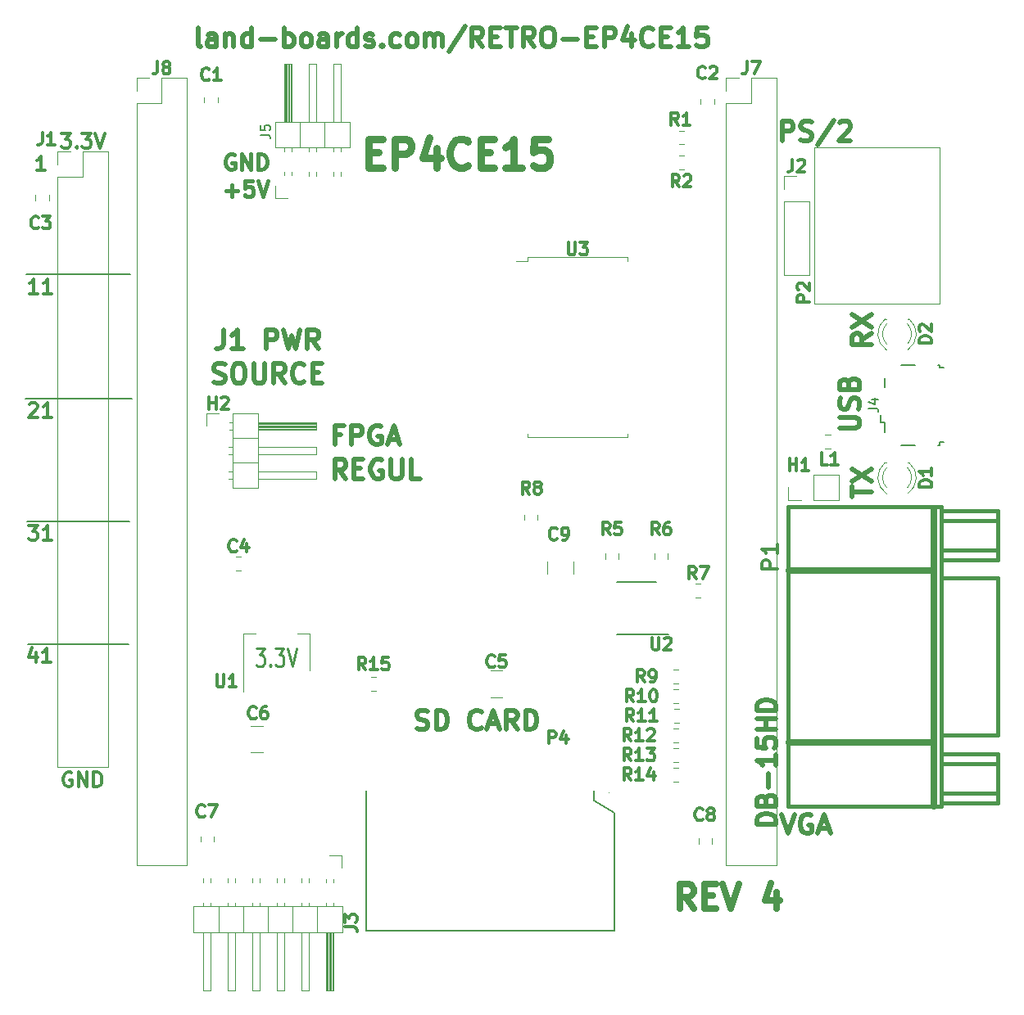
<source format=gbr>
G04 #@! TF.GenerationSoftware,KiCad,Pcbnew,(5.1.5)-3*
G04 #@! TF.CreationDate,2020-06-14T08:00:55-04:00*
G04 #@! TF.ProjectId,RETRO-EP4CE15,52455452-4f2d-4455-9034-434531352e6b,3*
G04 #@! TF.SameCoordinates,Original*
G04 #@! TF.FileFunction,Legend,Top*
G04 #@! TF.FilePolarity,Positive*
%FSLAX46Y46*%
G04 Gerber Fmt 4.6, Leading zero omitted, Abs format (unit mm)*
G04 Created by KiCad (PCBNEW (5.1.5)-3) date 2020-06-14 08:00:55*
%MOMM*%
%LPD*%
G04 APERTURE LIST*
%ADD10C,0.400050*%
%ADD11C,0.500000*%
%ADD12C,0.300000*%
%ADD13C,0.200000*%
%ADD14C,0.285750*%
%ADD15C,0.750000*%
%ADD16C,0.635000*%
%ADD17C,0.120000*%
%ADD18C,0.150000*%
%ADD19C,0.010000*%
%ADD20C,0.650000*%
%ADD21C,0.381000*%
%ADD22C,0.317500*%
%ADD23C,0.476250*%
G04 APERTURE END LIST*
D10*
X32080200Y-24774525D02*
X31927800Y-24698325D01*
X31699200Y-24698325D01*
X31470600Y-24774525D01*
X31318200Y-24926925D01*
X31242000Y-25079325D01*
X31165800Y-25384125D01*
X31165800Y-25612725D01*
X31242000Y-25917525D01*
X31318200Y-26069925D01*
X31470600Y-26222325D01*
X31699200Y-26298525D01*
X31851600Y-26298525D01*
X32080200Y-26222325D01*
X32156400Y-26146125D01*
X32156400Y-25612725D01*
X31851600Y-25612725D01*
X32842200Y-26298525D02*
X32842200Y-24698325D01*
X33756600Y-26298525D01*
X33756600Y-24698325D01*
X34518600Y-26298525D02*
X34518600Y-24698325D01*
X34899600Y-24698325D01*
X35128200Y-24774525D01*
X35280600Y-24926925D01*
X35356800Y-25079325D01*
X35433000Y-25384125D01*
X35433000Y-25612725D01*
X35356800Y-25917525D01*
X35280600Y-26069925D01*
X35128200Y-26222325D01*
X34899600Y-26298525D01*
X34518600Y-26298525D01*
X31242000Y-28489275D02*
X32461200Y-28489275D01*
X31851600Y-29098875D02*
X31851600Y-27879675D01*
X33985200Y-27498675D02*
X33223200Y-27498675D01*
X33147000Y-28260675D01*
X33223200Y-28184475D01*
X33375600Y-28108275D01*
X33756600Y-28108275D01*
X33909000Y-28184475D01*
X33985200Y-28260675D01*
X34061400Y-28413075D01*
X34061400Y-28794075D01*
X33985200Y-28946475D01*
X33909000Y-29022675D01*
X33756600Y-29098875D01*
X33375600Y-29098875D01*
X33223200Y-29022675D01*
X33147000Y-28946475D01*
X34518600Y-27498675D02*
X35052000Y-29098875D01*
X35585400Y-27498675D01*
D11*
X43123857Y-53733142D02*
X42457190Y-53733142D01*
X42457190Y-54780761D02*
X42457190Y-52780761D01*
X43409571Y-52780761D01*
X44171476Y-54780761D02*
X44171476Y-52780761D01*
X44933380Y-52780761D01*
X45123857Y-52876000D01*
X45219095Y-52971238D01*
X45314333Y-53161714D01*
X45314333Y-53447428D01*
X45219095Y-53637904D01*
X45123857Y-53733142D01*
X44933380Y-53828380D01*
X44171476Y-53828380D01*
X47219095Y-52876000D02*
X47028619Y-52780761D01*
X46742904Y-52780761D01*
X46457190Y-52876000D01*
X46266714Y-53066476D01*
X46171476Y-53256952D01*
X46076238Y-53637904D01*
X46076238Y-53923619D01*
X46171476Y-54304571D01*
X46266714Y-54495047D01*
X46457190Y-54685523D01*
X46742904Y-54780761D01*
X46933380Y-54780761D01*
X47219095Y-54685523D01*
X47314333Y-54590285D01*
X47314333Y-53923619D01*
X46933380Y-53923619D01*
X48076238Y-54209333D02*
X49028619Y-54209333D01*
X47885761Y-54780761D02*
X48552428Y-52780761D01*
X49219095Y-54780761D01*
X43600047Y-58280761D02*
X42933380Y-57328380D01*
X42457190Y-58280761D02*
X42457190Y-56280761D01*
X43219095Y-56280761D01*
X43409571Y-56376000D01*
X43504809Y-56471238D01*
X43600047Y-56661714D01*
X43600047Y-56947428D01*
X43504809Y-57137904D01*
X43409571Y-57233142D01*
X43219095Y-57328380D01*
X42457190Y-57328380D01*
X44457190Y-57233142D02*
X45123857Y-57233142D01*
X45409571Y-58280761D02*
X44457190Y-58280761D01*
X44457190Y-56280761D01*
X45409571Y-56280761D01*
X47314333Y-56376000D02*
X47123857Y-56280761D01*
X46838142Y-56280761D01*
X46552428Y-56376000D01*
X46361952Y-56566476D01*
X46266714Y-56756952D01*
X46171476Y-57137904D01*
X46171476Y-57423619D01*
X46266714Y-57804571D01*
X46361952Y-57995047D01*
X46552428Y-58185523D01*
X46838142Y-58280761D01*
X47028619Y-58280761D01*
X47314333Y-58185523D01*
X47409571Y-58090285D01*
X47409571Y-57423619D01*
X47028619Y-57423619D01*
X48266714Y-56280761D02*
X48266714Y-57899809D01*
X48361952Y-58090285D01*
X48457190Y-58185523D01*
X48647666Y-58280761D01*
X49028619Y-58280761D01*
X49219095Y-58185523D01*
X49314333Y-58090285D01*
X49409571Y-57899809D01*
X49409571Y-56280761D01*
X51314333Y-58280761D02*
X50361952Y-58280761D01*
X50361952Y-56280761D01*
X97932761Y-43259333D02*
X96980380Y-43926000D01*
X97932761Y-44402190D02*
X95932761Y-44402190D01*
X95932761Y-43640285D01*
X96028000Y-43449809D01*
X96123238Y-43354571D01*
X96313714Y-43259333D01*
X96599428Y-43259333D01*
X96789904Y-43354571D01*
X96885142Y-43449809D01*
X96980380Y-43640285D01*
X96980380Y-44402190D01*
X95932761Y-42592666D02*
X97932761Y-41259333D01*
X95932761Y-41259333D02*
X97932761Y-42592666D01*
X95932761Y-60197809D02*
X95932761Y-59054952D01*
X97932761Y-59626380D02*
X95932761Y-59626380D01*
X95932761Y-58578761D02*
X97932761Y-57245428D01*
X95932761Y-57245428D02*
X97932761Y-58578761D01*
X30988571Y-42874761D02*
X30988571Y-44303333D01*
X30893333Y-44589047D01*
X30702857Y-44779523D01*
X30417142Y-44874761D01*
X30226666Y-44874761D01*
X32988571Y-44874761D02*
X31845714Y-44874761D01*
X32417142Y-44874761D02*
X32417142Y-42874761D01*
X32226666Y-43160476D01*
X32036190Y-43350952D01*
X31845714Y-43446190D01*
X35369523Y-44874761D02*
X35369523Y-42874761D01*
X36131428Y-42874761D01*
X36321904Y-42970000D01*
X36417142Y-43065238D01*
X36512380Y-43255714D01*
X36512380Y-43541428D01*
X36417142Y-43731904D01*
X36321904Y-43827142D01*
X36131428Y-43922380D01*
X35369523Y-43922380D01*
X37179047Y-42874761D02*
X37655238Y-44874761D01*
X38036190Y-43446190D01*
X38417142Y-44874761D01*
X38893333Y-42874761D01*
X40798095Y-44874761D02*
X40131428Y-43922380D01*
X39655238Y-44874761D02*
X39655238Y-42874761D01*
X40417142Y-42874761D01*
X40607619Y-42970000D01*
X40702857Y-43065238D01*
X40798095Y-43255714D01*
X40798095Y-43541428D01*
X40702857Y-43731904D01*
X40607619Y-43827142D01*
X40417142Y-43922380D01*
X39655238Y-43922380D01*
X29988571Y-48279523D02*
X30274285Y-48374761D01*
X30750476Y-48374761D01*
X30940952Y-48279523D01*
X31036190Y-48184285D01*
X31131428Y-47993809D01*
X31131428Y-47803333D01*
X31036190Y-47612857D01*
X30940952Y-47517619D01*
X30750476Y-47422380D01*
X30369523Y-47327142D01*
X30179047Y-47231904D01*
X30083809Y-47136666D01*
X29988571Y-46946190D01*
X29988571Y-46755714D01*
X30083809Y-46565238D01*
X30179047Y-46470000D01*
X30369523Y-46374761D01*
X30845714Y-46374761D01*
X31131428Y-46470000D01*
X32369523Y-46374761D02*
X32750476Y-46374761D01*
X32940952Y-46470000D01*
X33131428Y-46660476D01*
X33226666Y-47041428D01*
X33226666Y-47708095D01*
X33131428Y-48089047D01*
X32940952Y-48279523D01*
X32750476Y-48374761D01*
X32369523Y-48374761D01*
X32179047Y-48279523D01*
X31988571Y-48089047D01*
X31893333Y-47708095D01*
X31893333Y-47041428D01*
X31988571Y-46660476D01*
X32179047Y-46470000D01*
X32369523Y-46374761D01*
X34083809Y-46374761D02*
X34083809Y-47993809D01*
X34179047Y-48184285D01*
X34274285Y-48279523D01*
X34464761Y-48374761D01*
X34845714Y-48374761D01*
X35036190Y-48279523D01*
X35131428Y-48184285D01*
X35226666Y-47993809D01*
X35226666Y-46374761D01*
X37321904Y-48374761D02*
X36655238Y-47422380D01*
X36179047Y-48374761D02*
X36179047Y-46374761D01*
X36940952Y-46374761D01*
X37131428Y-46470000D01*
X37226666Y-46565238D01*
X37321904Y-46755714D01*
X37321904Y-47041428D01*
X37226666Y-47231904D01*
X37131428Y-47327142D01*
X36940952Y-47422380D01*
X36179047Y-47422380D01*
X39321904Y-48184285D02*
X39226666Y-48279523D01*
X38940952Y-48374761D01*
X38750476Y-48374761D01*
X38464761Y-48279523D01*
X38274285Y-48089047D01*
X38179047Y-47898571D01*
X38083809Y-47517619D01*
X38083809Y-47231904D01*
X38179047Y-46850952D01*
X38274285Y-46660476D01*
X38464761Y-46470000D01*
X38750476Y-46374761D01*
X38940952Y-46374761D01*
X39226666Y-46470000D01*
X39321904Y-46565238D01*
X40179047Y-47327142D02*
X40845714Y-47327142D01*
X41131428Y-48374761D02*
X40179047Y-48374761D01*
X40179047Y-46374761D01*
X41131428Y-46374761D01*
X88662190Y-92986361D02*
X89328857Y-94986361D01*
X89995523Y-92986361D01*
X91709809Y-93081600D02*
X91519333Y-92986361D01*
X91233619Y-92986361D01*
X90947904Y-93081600D01*
X90757428Y-93272076D01*
X90662190Y-93462552D01*
X90566952Y-93843504D01*
X90566952Y-94129219D01*
X90662190Y-94510171D01*
X90757428Y-94700647D01*
X90947904Y-94891123D01*
X91233619Y-94986361D01*
X91424095Y-94986361D01*
X91709809Y-94891123D01*
X91805047Y-94795885D01*
X91805047Y-94129219D01*
X91424095Y-94129219D01*
X92566952Y-94414933D02*
X93519333Y-94414933D01*
X92376476Y-94986361D02*
X93043142Y-92986361D01*
X93709809Y-94986361D01*
X50959523Y-84121523D02*
X51245238Y-84216761D01*
X51721428Y-84216761D01*
X51911904Y-84121523D01*
X52007142Y-84026285D01*
X52102380Y-83835809D01*
X52102380Y-83645333D01*
X52007142Y-83454857D01*
X51911904Y-83359619D01*
X51721428Y-83264380D01*
X51340476Y-83169142D01*
X51150000Y-83073904D01*
X51054761Y-82978666D01*
X50959523Y-82788190D01*
X50959523Y-82597714D01*
X51054761Y-82407238D01*
X51150000Y-82312000D01*
X51340476Y-82216761D01*
X51816666Y-82216761D01*
X52102380Y-82312000D01*
X52959523Y-84216761D02*
X52959523Y-82216761D01*
X53435714Y-82216761D01*
X53721428Y-82312000D01*
X53911904Y-82502476D01*
X54007142Y-82692952D01*
X54102380Y-83073904D01*
X54102380Y-83359619D01*
X54007142Y-83740571D01*
X53911904Y-83931047D01*
X53721428Y-84121523D01*
X53435714Y-84216761D01*
X52959523Y-84216761D01*
X57626190Y-84026285D02*
X57530952Y-84121523D01*
X57245238Y-84216761D01*
X57054761Y-84216761D01*
X56769047Y-84121523D01*
X56578571Y-83931047D01*
X56483333Y-83740571D01*
X56388095Y-83359619D01*
X56388095Y-83073904D01*
X56483333Y-82692952D01*
X56578571Y-82502476D01*
X56769047Y-82312000D01*
X57054761Y-82216761D01*
X57245238Y-82216761D01*
X57530952Y-82312000D01*
X57626190Y-82407238D01*
X58388095Y-83645333D02*
X59340476Y-83645333D01*
X58197619Y-84216761D02*
X58864285Y-82216761D01*
X59530952Y-84216761D01*
X61340476Y-84216761D02*
X60673809Y-83264380D01*
X60197619Y-84216761D02*
X60197619Y-82216761D01*
X60959523Y-82216761D01*
X61150000Y-82312000D01*
X61245238Y-82407238D01*
X61340476Y-82597714D01*
X61340476Y-82883428D01*
X61245238Y-83073904D01*
X61150000Y-83169142D01*
X60959523Y-83264380D01*
X60197619Y-83264380D01*
X62197619Y-84216761D02*
X62197619Y-82216761D01*
X62673809Y-82216761D01*
X62959523Y-82312000D01*
X63150000Y-82502476D01*
X63245238Y-82692952D01*
X63340476Y-83073904D01*
X63340476Y-83359619D01*
X63245238Y-83740571D01*
X63150000Y-83931047D01*
X62959523Y-84121523D01*
X62673809Y-84216761D01*
X62197619Y-84216761D01*
D12*
X14219514Y-22571971D02*
X15148085Y-22571971D01*
X14648085Y-23143400D01*
X14862371Y-23143400D01*
X15005228Y-23214828D01*
X15076657Y-23286257D01*
X15148085Y-23429114D01*
X15148085Y-23786257D01*
X15076657Y-23929114D01*
X15005228Y-24000542D01*
X14862371Y-24071971D01*
X14433800Y-24071971D01*
X14290942Y-24000542D01*
X14219514Y-23929114D01*
X15790942Y-23929114D02*
X15862371Y-24000542D01*
X15790942Y-24071971D01*
X15719514Y-24000542D01*
X15790942Y-23929114D01*
X15790942Y-24071971D01*
X16362371Y-22571971D02*
X17290942Y-22571971D01*
X16790942Y-23143400D01*
X17005228Y-23143400D01*
X17148085Y-23214828D01*
X17219514Y-23286257D01*
X17290942Y-23429114D01*
X17290942Y-23786257D01*
X17219514Y-23929114D01*
X17148085Y-24000542D01*
X17005228Y-24071971D01*
X16576657Y-24071971D01*
X16433800Y-24000542D01*
X16362371Y-23929114D01*
X17719514Y-22571971D02*
X18219514Y-24071971D01*
X18719514Y-22571971D01*
X15265542Y-88708800D02*
X15122685Y-88637371D01*
X14908400Y-88637371D01*
X14694114Y-88708800D01*
X14551257Y-88851657D01*
X14479828Y-88994514D01*
X14408400Y-89280228D01*
X14408400Y-89494514D01*
X14479828Y-89780228D01*
X14551257Y-89923085D01*
X14694114Y-90065942D01*
X14908400Y-90137371D01*
X15051257Y-90137371D01*
X15265542Y-90065942D01*
X15336971Y-89994514D01*
X15336971Y-89494514D01*
X15051257Y-89494514D01*
X15979828Y-90137371D02*
X15979828Y-88637371D01*
X16836971Y-90137371D01*
X16836971Y-88637371D01*
X17551257Y-90137371D02*
X17551257Y-88637371D01*
X17908400Y-88637371D01*
X18122685Y-88708800D01*
X18265542Y-88851657D01*
X18336971Y-88994514D01*
X18408400Y-89280228D01*
X18408400Y-89494514D01*
X18336971Y-89780228D01*
X18265542Y-89923085D01*
X18122685Y-90065942D01*
X17908400Y-90137371D01*
X17551257Y-90137371D01*
X11560228Y-76284971D02*
X11560228Y-77284971D01*
X11203085Y-75713542D02*
X10845942Y-76784971D01*
X11774514Y-76784971D01*
X13131657Y-77284971D02*
X12274514Y-77284971D01*
X12703085Y-77284971D02*
X12703085Y-75784971D01*
X12560228Y-75999257D01*
X12417371Y-76142114D01*
X12274514Y-76213542D01*
X10850714Y-63135771D02*
X11779285Y-63135771D01*
X11279285Y-63707200D01*
X11493571Y-63707200D01*
X11636428Y-63778628D01*
X11707857Y-63850057D01*
X11779285Y-63992914D01*
X11779285Y-64350057D01*
X11707857Y-64492914D01*
X11636428Y-64564342D01*
X11493571Y-64635771D01*
X11065000Y-64635771D01*
X10922142Y-64564342D01*
X10850714Y-64492914D01*
X13207857Y-64635771D02*
X12350714Y-64635771D01*
X12779285Y-64635771D02*
X12779285Y-63135771D01*
X12636428Y-63350057D01*
X12493571Y-63492914D01*
X12350714Y-63564342D01*
X10896742Y-50553228D02*
X10968171Y-50481800D01*
X11111028Y-50410371D01*
X11468171Y-50410371D01*
X11611028Y-50481800D01*
X11682457Y-50553228D01*
X11753885Y-50696085D01*
X11753885Y-50838942D01*
X11682457Y-51053228D01*
X10825314Y-51910371D01*
X11753885Y-51910371D01*
X13182457Y-51910371D02*
X12325314Y-51910371D01*
X12753885Y-51910371D02*
X12753885Y-50410371D01*
X12611028Y-50624657D01*
X12468171Y-50767514D01*
X12325314Y-50838942D01*
X11779285Y-39159571D02*
X10922142Y-39159571D01*
X11350714Y-39159571D02*
X11350714Y-37659571D01*
X11207857Y-37873857D01*
X11065000Y-38016714D01*
X10922142Y-38088142D01*
X13207857Y-39159571D02*
X12350714Y-39159571D01*
X12779285Y-39159571D02*
X12779285Y-37659571D01*
X12636428Y-37873857D01*
X12493571Y-38016714D01*
X12350714Y-38088142D01*
X12544371Y-26408771D02*
X11687228Y-26408771D01*
X12115800Y-26408771D02*
X12115800Y-24908771D01*
X11972942Y-25123057D01*
X11830085Y-25265914D01*
X11687228Y-25337342D01*
D13*
X21158200Y-75361800D02*
X10718800Y-75387200D01*
X21234400Y-62687200D02*
X10668000Y-62661800D01*
X21513800Y-49961800D02*
X10490200Y-49961800D01*
X21336000Y-37134800D02*
X10541000Y-37134800D01*
D11*
X94662761Y-53069809D02*
X96281809Y-53069809D01*
X96472285Y-52974571D01*
X96567523Y-52879333D01*
X96662761Y-52688857D01*
X96662761Y-52307904D01*
X96567523Y-52117428D01*
X96472285Y-52022190D01*
X96281809Y-51926952D01*
X94662761Y-51926952D01*
X96567523Y-51069809D02*
X96662761Y-50784095D01*
X96662761Y-50307904D01*
X96567523Y-50117428D01*
X96472285Y-50022190D01*
X96281809Y-49926952D01*
X96091333Y-49926952D01*
X95900857Y-50022190D01*
X95805619Y-50117428D01*
X95710380Y-50307904D01*
X95615142Y-50688857D01*
X95519904Y-50879333D01*
X95424666Y-50974571D01*
X95234190Y-51069809D01*
X95043714Y-51069809D01*
X94853238Y-50974571D01*
X94758000Y-50879333D01*
X94662761Y-50688857D01*
X94662761Y-50212666D01*
X94758000Y-49926952D01*
X95615142Y-48403142D02*
X95710380Y-48117428D01*
X95805619Y-48022190D01*
X95996095Y-47926952D01*
X96281809Y-47926952D01*
X96472285Y-48022190D01*
X96567523Y-48117428D01*
X96662761Y-48307904D01*
X96662761Y-49069809D01*
X94662761Y-49069809D01*
X94662761Y-48403142D01*
X94758000Y-48212666D01*
X94853238Y-48117428D01*
X95043714Y-48022190D01*
X95234190Y-48022190D01*
X95424666Y-48117428D01*
X95519904Y-48212666D01*
X95615142Y-48403142D01*
X95615142Y-49069809D01*
D14*
X34335961Y-75791785D02*
X35200771Y-75791785D01*
X34735104Y-76517500D01*
X34934676Y-76517500D01*
X35067723Y-76608214D01*
X35134247Y-76698928D01*
X35200771Y-76880357D01*
X35200771Y-77333928D01*
X35134247Y-77515357D01*
X35067723Y-77606071D01*
X34934676Y-77696785D01*
X34535533Y-77696785D01*
X34402485Y-77606071D01*
X34335961Y-77515357D01*
X35799485Y-77515357D02*
X35866009Y-77606071D01*
X35799485Y-77696785D01*
X35732961Y-77606071D01*
X35799485Y-77515357D01*
X35799485Y-77696785D01*
X36331676Y-75791785D02*
X37196485Y-75791785D01*
X36730819Y-76517500D01*
X36930390Y-76517500D01*
X37063438Y-76608214D01*
X37129961Y-76698928D01*
X37196485Y-76880357D01*
X37196485Y-77333928D01*
X37129961Y-77515357D01*
X37063438Y-77606071D01*
X36930390Y-77696785D01*
X36531247Y-77696785D01*
X36398200Y-77606071D01*
X36331676Y-77515357D01*
X37595628Y-75791785D02*
X38061295Y-77696785D01*
X38526961Y-75791785D01*
D11*
X88723809Y-23304761D02*
X88723809Y-21304761D01*
X89485714Y-21304761D01*
X89676190Y-21400000D01*
X89771428Y-21495238D01*
X89866666Y-21685714D01*
X89866666Y-21971428D01*
X89771428Y-22161904D01*
X89676190Y-22257142D01*
X89485714Y-22352380D01*
X88723809Y-22352380D01*
X90628571Y-23209523D02*
X90914285Y-23304761D01*
X91390476Y-23304761D01*
X91580952Y-23209523D01*
X91676190Y-23114285D01*
X91771428Y-22923809D01*
X91771428Y-22733333D01*
X91676190Y-22542857D01*
X91580952Y-22447619D01*
X91390476Y-22352380D01*
X91009523Y-22257142D01*
X90819047Y-22161904D01*
X90723809Y-22066666D01*
X90628571Y-21876190D01*
X90628571Y-21685714D01*
X90723809Y-21495238D01*
X90819047Y-21400000D01*
X91009523Y-21304761D01*
X91485714Y-21304761D01*
X91771428Y-21400000D01*
X94057142Y-21209523D02*
X92342857Y-23780952D01*
X94628571Y-21495238D02*
X94723809Y-21400000D01*
X94914285Y-21304761D01*
X95390476Y-21304761D01*
X95580952Y-21400000D01*
X95676190Y-21495238D01*
X95771428Y-21685714D01*
X95771428Y-21876190D01*
X95676190Y-22161904D01*
X94533333Y-23304761D01*
X95771428Y-23304761D01*
D15*
X45959285Y-24550714D02*
X46959285Y-24550714D01*
X47387857Y-26122142D02*
X45959285Y-26122142D01*
X45959285Y-23122142D01*
X47387857Y-23122142D01*
X48673571Y-26122142D02*
X48673571Y-23122142D01*
X49816428Y-23122142D01*
X50102142Y-23265000D01*
X50245000Y-23407857D01*
X50387857Y-23693571D01*
X50387857Y-24122142D01*
X50245000Y-24407857D01*
X50102142Y-24550714D01*
X49816428Y-24693571D01*
X48673571Y-24693571D01*
X52959285Y-24122142D02*
X52959285Y-26122142D01*
X52245000Y-22979285D02*
X51530714Y-25122142D01*
X53387857Y-25122142D01*
X56245000Y-25836428D02*
X56102142Y-25979285D01*
X55673571Y-26122142D01*
X55387857Y-26122142D01*
X54959285Y-25979285D01*
X54673571Y-25693571D01*
X54530714Y-25407857D01*
X54387857Y-24836428D01*
X54387857Y-24407857D01*
X54530714Y-23836428D01*
X54673571Y-23550714D01*
X54959285Y-23265000D01*
X55387857Y-23122142D01*
X55673571Y-23122142D01*
X56102142Y-23265000D01*
X56245000Y-23407857D01*
X57530714Y-24550714D02*
X58530714Y-24550714D01*
X58959285Y-26122142D02*
X57530714Y-26122142D01*
X57530714Y-23122142D01*
X58959285Y-23122142D01*
X61816428Y-26122142D02*
X60102142Y-26122142D01*
X60959285Y-26122142D02*
X60959285Y-23122142D01*
X60673571Y-23550714D01*
X60387857Y-23836428D01*
X60102142Y-23979285D01*
X64530714Y-23122142D02*
X63102142Y-23122142D01*
X62959285Y-24550714D01*
X63102142Y-24407857D01*
X63387857Y-24265000D01*
X64102142Y-24265000D01*
X64387857Y-24407857D01*
X64530714Y-24550714D01*
X64673571Y-24836428D01*
X64673571Y-25550714D01*
X64530714Y-25836428D01*
X64387857Y-25979285D01*
X64102142Y-26122142D01*
X63387857Y-26122142D01*
X63102142Y-25979285D01*
X62959285Y-25836428D01*
D16*
X79556428Y-102749047D02*
X78709761Y-101539523D01*
X78105000Y-102749047D02*
X78105000Y-100209047D01*
X79072619Y-100209047D01*
X79314523Y-100330000D01*
X79435476Y-100450952D01*
X79556428Y-100692857D01*
X79556428Y-101055714D01*
X79435476Y-101297619D01*
X79314523Y-101418571D01*
X79072619Y-101539523D01*
X78105000Y-101539523D01*
X80645000Y-101418571D02*
X81491666Y-101418571D01*
X81854523Y-102749047D02*
X80645000Y-102749047D01*
X80645000Y-100209047D01*
X81854523Y-100209047D01*
X82580238Y-100209047D02*
X83426904Y-102749047D01*
X84273571Y-100209047D01*
X88144047Y-101055714D02*
X88144047Y-102749047D01*
X87539285Y-100088095D02*
X86934523Y-101902380D01*
X88506904Y-101902380D01*
D11*
X28609999Y-13604761D02*
X28419523Y-13509523D01*
X28324285Y-13319047D01*
X28324285Y-11604761D01*
X30229047Y-13604761D02*
X30229047Y-12557142D01*
X30133809Y-12366666D01*
X29943333Y-12271428D01*
X29562380Y-12271428D01*
X29371904Y-12366666D01*
X30229047Y-13509523D02*
X30038571Y-13604761D01*
X29562380Y-13604761D01*
X29371904Y-13509523D01*
X29276666Y-13319047D01*
X29276666Y-13128571D01*
X29371904Y-12938095D01*
X29562380Y-12842857D01*
X30038571Y-12842857D01*
X30229047Y-12747619D01*
X31181428Y-12271428D02*
X31181428Y-13604761D01*
X31181428Y-12461904D02*
X31276666Y-12366666D01*
X31467142Y-12271428D01*
X31752857Y-12271428D01*
X31943333Y-12366666D01*
X32038571Y-12557142D01*
X32038571Y-13604761D01*
X33848095Y-13604761D02*
X33848095Y-11604761D01*
X33848095Y-13509523D02*
X33657619Y-13604761D01*
X33276666Y-13604761D01*
X33086190Y-13509523D01*
X32990952Y-13414285D01*
X32895714Y-13223809D01*
X32895714Y-12652380D01*
X32990952Y-12461904D01*
X33086190Y-12366666D01*
X33276666Y-12271428D01*
X33657619Y-12271428D01*
X33848095Y-12366666D01*
X34800476Y-12842857D02*
X36324285Y-12842857D01*
X37276666Y-13604761D02*
X37276666Y-11604761D01*
X37276666Y-12366666D02*
X37467142Y-12271428D01*
X37848095Y-12271428D01*
X38038571Y-12366666D01*
X38133809Y-12461904D01*
X38229047Y-12652380D01*
X38229047Y-13223809D01*
X38133809Y-13414285D01*
X38038571Y-13509523D01*
X37848095Y-13604761D01*
X37467142Y-13604761D01*
X37276666Y-13509523D01*
X39371904Y-13604761D02*
X39181428Y-13509523D01*
X39086190Y-13414285D01*
X38990952Y-13223809D01*
X38990952Y-12652380D01*
X39086190Y-12461904D01*
X39181428Y-12366666D01*
X39371904Y-12271428D01*
X39657619Y-12271428D01*
X39848095Y-12366666D01*
X39943333Y-12461904D01*
X40038571Y-12652380D01*
X40038571Y-13223809D01*
X39943333Y-13414285D01*
X39848095Y-13509523D01*
X39657619Y-13604761D01*
X39371904Y-13604761D01*
X41752857Y-13604761D02*
X41752857Y-12557142D01*
X41657619Y-12366666D01*
X41467142Y-12271428D01*
X41086190Y-12271428D01*
X40895714Y-12366666D01*
X41752857Y-13509523D02*
X41562380Y-13604761D01*
X41086190Y-13604761D01*
X40895714Y-13509523D01*
X40800476Y-13319047D01*
X40800476Y-13128571D01*
X40895714Y-12938095D01*
X41086190Y-12842857D01*
X41562380Y-12842857D01*
X41752857Y-12747619D01*
X42705238Y-13604761D02*
X42705238Y-12271428D01*
X42705238Y-12652380D02*
X42800476Y-12461904D01*
X42895714Y-12366666D01*
X43086190Y-12271428D01*
X43276666Y-12271428D01*
X44800476Y-13604761D02*
X44800476Y-11604761D01*
X44800476Y-13509523D02*
X44610000Y-13604761D01*
X44229047Y-13604761D01*
X44038571Y-13509523D01*
X43943333Y-13414285D01*
X43848095Y-13223809D01*
X43848095Y-12652380D01*
X43943333Y-12461904D01*
X44038571Y-12366666D01*
X44229047Y-12271428D01*
X44610000Y-12271428D01*
X44800476Y-12366666D01*
X45657619Y-13509523D02*
X45848095Y-13604761D01*
X46229047Y-13604761D01*
X46419523Y-13509523D01*
X46514761Y-13319047D01*
X46514761Y-13223809D01*
X46419523Y-13033333D01*
X46229047Y-12938095D01*
X45943333Y-12938095D01*
X45752857Y-12842857D01*
X45657619Y-12652380D01*
X45657619Y-12557142D01*
X45752857Y-12366666D01*
X45943333Y-12271428D01*
X46229047Y-12271428D01*
X46419523Y-12366666D01*
X47371904Y-13414285D02*
X47467142Y-13509523D01*
X47371904Y-13604761D01*
X47276666Y-13509523D01*
X47371904Y-13414285D01*
X47371904Y-13604761D01*
X49181428Y-13509523D02*
X48990952Y-13604761D01*
X48610000Y-13604761D01*
X48419523Y-13509523D01*
X48324285Y-13414285D01*
X48229047Y-13223809D01*
X48229047Y-12652380D01*
X48324285Y-12461904D01*
X48419523Y-12366666D01*
X48610000Y-12271428D01*
X48990952Y-12271428D01*
X49181428Y-12366666D01*
X50324285Y-13604761D02*
X50133809Y-13509523D01*
X50038571Y-13414285D01*
X49943333Y-13223809D01*
X49943333Y-12652380D01*
X50038571Y-12461904D01*
X50133809Y-12366666D01*
X50324285Y-12271428D01*
X50610000Y-12271428D01*
X50800476Y-12366666D01*
X50895714Y-12461904D01*
X50990952Y-12652380D01*
X50990952Y-13223809D01*
X50895714Y-13414285D01*
X50800476Y-13509523D01*
X50610000Y-13604761D01*
X50324285Y-13604761D01*
X51848095Y-13604761D02*
X51848095Y-12271428D01*
X51848095Y-12461904D02*
X51943333Y-12366666D01*
X52133809Y-12271428D01*
X52419523Y-12271428D01*
X52610000Y-12366666D01*
X52705238Y-12557142D01*
X52705238Y-13604761D01*
X52705238Y-12557142D02*
X52800476Y-12366666D01*
X52990952Y-12271428D01*
X53276666Y-12271428D01*
X53467142Y-12366666D01*
X53562380Y-12557142D01*
X53562380Y-13604761D01*
X55943333Y-11509523D02*
X54229047Y-14080952D01*
X57752857Y-13604761D02*
X57086190Y-12652380D01*
X56610000Y-13604761D02*
X56610000Y-11604761D01*
X57371904Y-11604761D01*
X57562380Y-11700000D01*
X57657619Y-11795238D01*
X57752857Y-11985714D01*
X57752857Y-12271428D01*
X57657619Y-12461904D01*
X57562380Y-12557142D01*
X57371904Y-12652380D01*
X56610000Y-12652380D01*
X58610000Y-12557142D02*
X59276666Y-12557142D01*
X59562380Y-13604761D02*
X58610000Y-13604761D01*
X58610000Y-11604761D01*
X59562380Y-11604761D01*
X60133809Y-11604761D02*
X61276666Y-11604761D01*
X60705238Y-13604761D02*
X60705238Y-11604761D01*
X63086190Y-13604761D02*
X62419523Y-12652380D01*
X61943333Y-13604761D02*
X61943333Y-11604761D01*
X62705238Y-11604761D01*
X62895714Y-11700000D01*
X62990952Y-11795238D01*
X63086190Y-11985714D01*
X63086190Y-12271428D01*
X62990952Y-12461904D01*
X62895714Y-12557142D01*
X62705238Y-12652380D01*
X61943333Y-12652380D01*
X64324285Y-11604761D02*
X64705238Y-11604761D01*
X64895714Y-11700000D01*
X65086190Y-11890476D01*
X65181428Y-12271428D01*
X65181428Y-12938095D01*
X65086190Y-13319047D01*
X64895714Y-13509523D01*
X64705238Y-13604761D01*
X64324285Y-13604761D01*
X64133809Y-13509523D01*
X63943333Y-13319047D01*
X63848095Y-12938095D01*
X63848095Y-12271428D01*
X63943333Y-11890476D01*
X64133809Y-11700000D01*
X64324285Y-11604761D01*
X66038571Y-12842857D02*
X67562380Y-12842857D01*
X68514761Y-12557142D02*
X69181428Y-12557142D01*
X69467142Y-13604761D02*
X68514761Y-13604761D01*
X68514761Y-11604761D01*
X69467142Y-11604761D01*
X70324285Y-13604761D02*
X70324285Y-11604761D01*
X71086190Y-11604761D01*
X71276666Y-11700000D01*
X71371904Y-11795238D01*
X71467142Y-11985714D01*
X71467142Y-12271428D01*
X71371904Y-12461904D01*
X71276666Y-12557142D01*
X71086190Y-12652380D01*
X70324285Y-12652380D01*
X73181428Y-12271428D02*
X73181428Y-13604761D01*
X72705238Y-11509523D02*
X72229047Y-12938095D01*
X73467142Y-12938095D01*
X75371904Y-13414285D02*
X75276666Y-13509523D01*
X74990952Y-13604761D01*
X74800476Y-13604761D01*
X74514761Y-13509523D01*
X74324285Y-13319047D01*
X74229047Y-13128571D01*
X74133809Y-12747619D01*
X74133809Y-12461904D01*
X74229047Y-12080952D01*
X74324285Y-11890476D01*
X74514761Y-11700000D01*
X74800476Y-11604761D01*
X74990952Y-11604761D01*
X75276666Y-11700000D01*
X75371904Y-11795238D01*
X76229047Y-12557142D02*
X76895714Y-12557142D01*
X77181428Y-13604761D02*
X76229047Y-13604761D01*
X76229047Y-11604761D01*
X77181428Y-11604761D01*
X79086190Y-13604761D02*
X77943333Y-13604761D01*
X78514761Y-13604761D02*
X78514761Y-11604761D01*
X78324285Y-11890476D01*
X78133809Y-12080952D01*
X77943333Y-12176190D01*
X80895714Y-11604761D02*
X79943333Y-11604761D01*
X79848095Y-12557142D01*
X79943333Y-12461904D01*
X80133809Y-12366666D01*
X80609999Y-12366666D01*
X80800476Y-12461904D01*
X80895714Y-12557142D01*
X80990952Y-12747619D01*
X80990952Y-13223809D01*
X80895714Y-13414285D01*
X80800476Y-13509523D01*
X80609999Y-13604761D01*
X80133809Y-13604761D01*
X79943333Y-13509523D01*
X79848095Y-13414285D01*
D17*
X63435300Y-62516652D02*
X63435300Y-61994148D01*
X62015300Y-62516652D02*
X62015300Y-61994148D01*
D18*
X101038900Y-54797600D02*
X102438900Y-54797600D01*
X104838900Y-54797600D02*
X104988900Y-54797600D01*
X104988900Y-54797600D02*
X104988900Y-54497600D01*
X104988900Y-54497600D02*
X105438900Y-54497600D01*
X105438900Y-46797600D02*
X104988900Y-46797600D01*
X104988900Y-46797600D02*
X104988900Y-46497600D01*
X104988900Y-46497600D02*
X104838900Y-46497600D01*
X102438900Y-46497600D02*
X101038900Y-46497600D01*
X98863900Y-51722600D02*
X98863900Y-52447600D01*
X98863900Y-52447600D02*
X99288900Y-52447600D01*
X99288900Y-52447600D02*
X99288900Y-53447600D01*
X99288900Y-48847600D02*
X99288900Y-47847600D01*
D17*
X79748748Y-69140000D02*
X80271252Y-69140000D01*
X79748748Y-70560000D02*
X80271252Y-70560000D01*
X78569452Y-26287800D02*
X78046948Y-26287800D01*
X78569452Y-24867800D02*
X78046948Y-24867800D01*
X99504000Y-41747000D02*
X99348000Y-41747000D01*
X101820000Y-41747000D02*
X101664000Y-41747000D01*
X99504163Y-44348130D02*
G75*
G02X99504000Y-42266039I1079837J1041130D01*
G01*
X101663837Y-44348130D02*
G75*
G03X101664000Y-42266039I-1079837J1041130D01*
G01*
X99505392Y-44979335D02*
G75*
G02X99348484Y-41747000I1078608J1672335D01*
G01*
X101662608Y-44979335D02*
G75*
G03X101819516Y-41747000I-1078608J1672335D01*
G01*
X82920000Y-16836000D02*
X84250000Y-16836000D01*
X82920000Y-18166000D02*
X82920000Y-16836000D01*
X85520000Y-16836000D02*
X88120000Y-16836000D01*
X85520000Y-19436000D02*
X85520000Y-16836000D01*
X82920000Y-19436000D02*
X85520000Y-19436000D01*
X88120000Y-16836000D02*
X88120000Y-98236000D01*
X82920000Y-19436000D02*
X82920000Y-98236000D01*
X82920000Y-98236000D02*
X88120000Y-98236000D01*
X21980000Y-16836000D02*
X23310000Y-16836000D01*
X21980000Y-18166000D02*
X21980000Y-16836000D01*
X24580000Y-16836000D02*
X27180000Y-16836000D01*
X24580000Y-19436000D02*
X24580000Y-16836000D01*
X21980000Y-19436000D02*
X24580000Y-19436000D01*
X27180000Y-16836000D02*
X27180000Y-98236000D01*
X21980000Y-19436000D02*
X21980000Y-98236000D01*
X21980000Y-98236000D02*
X27180000Y-98236000D01*
X78569452Y-22277000D02*
X78046948Y-22277000D01*
X78569452Y-23697000D02*
X78046948Y-23697000D01*
X92000000Y-24000000D02*
X105000000Y-24000000D01*
X92000000Y-40200000D02*
X105000000Y-40200000D01*
X92000000Y-40200000D02*
X92000000Y-24000000D01*
X105000000Y-40200000D02*
X105000000Y-24000000D01*
X39833600Y-74315400D02*
X38573600Y-74315400D01*
X33013600Y-74315400D02*
X34273600Y-74315400D01*
X39833600Y-78075400D02*
X39833600Y-74315400D01*
X33013600Y-80325400D02*
X33013600Y-74315400D01*
X77462748Y-79450000D02*
X77985252Y-79450000D01*
X77462748Y-78030000D02*
X77985252Y-78030000D01*
X77462748Y-80062000D02*
X77985252Y-80062000D01*
X77462748Y-81482000D02*
X77985252Y-81482000D01*
X77508548Y-83514000D02*
X78031052Y-83514000D01*
X77508548Y-82094000D02*
X78031052Y-82094000D01*
X77462748Y-84126000D02*
X77985252Y-84126000D01*
X77462748Y-85546000D02*
X77985252Y-85546000D01*
X77462748Y-87578000D02*
X77985252Y-87578000D01*
X77462748Y-86158000D02*
X77985252Y-86158000D01*
X77462748Y-88190000D02*
X77985252Y-88190000D01*
X77462748Y-89610000D02*
X77985252Y-89610000D01*
X89348000Y-60512000D02*
X89348000Y-59182000D01*
X90678000Y-60512000D02*
X89348000Y-60512000D01*
X91948000Y-60512000D02*
X91948000Y-57852000D01*
X91948000Y-57852000D02*
X94548000Y-57852000D01*
X91948000Y-60512000D02*
X94548000Y-60512000D01*
X94548000Y-60512000D02*
X94548000Y-57852000D01*
X88870000Y-26970000D02*
X90200000Y-26970000D01*
X88870000Y-28300000D02*
X88870000Y-26970000D01*
X88870000Y-29570000D02*
X91530000Y-29570000D01*
X91530000Y-29570000D02*
X91530000Y-37250000D01*
X88870000Y-29570000D02*
X88870000Y-37250000D01*
X88870000Y-37250000D02*
X91530000Y-37250000D01*
X101662608Y-59838335D02*
G75*
G03X101819516Y-56606000I-1078608J1672335D01*
G01*
X99505392Y-59838335D02*
G75*
G02X99348484Y-56606000I1078608J1672335D01*
G01*
X101663837Y-59207130D02*
G75*
G03X101664000Y-57125039I-1079837J1041130D01*
G01*
X99504163Y-59207130D02*
G75*
G02X99504000Y-57125039I1079837J1041130D01*
G01*
X101820000Y-56606000D02*
X101664000Y-56606000D01*
X99504000Y-56606000D02*
X99348000Y-56606000D01*
X71830000Y-66032748D02*
X71830000Y-66555252D01*
X70410000Y-66032748D02*
X70410000Y-66555252D01*
X75490000Y-66032748D02*
X75490000Y-66555252D01*
X76910000Y-66032748D02*
X76910000Y-66555252D01*
D18*
X75660000Y-68953000D02*
X71660000Y-68953000D01*
X76935000Y-74353000D02*
X71660000Y-74353000D01*
D17*
X13810000Y-88090000D02*
X19010000Y-88090000D01*
X13810000Y-27070000D02*
X13810000Y-88090000D01*
X19010000Y-24470000D02*
X19010000Y-88090000D01*
X13810000Y-27070000D02*
X16410000Y-27070000D01*
X16410000Y-27070000D02*
X16410000Y-24470000D01*
X16410000Y-24470000D02*
X19010000Y-24470000D01*
X13810000Y-25800000D02*
X13810000Y-24470000D01*
X13810000Y-24470000D02*
X15140000Y-24470000D01*
X28576200Y-95841452D02*
X28576200Y-95318948D01*
X29996200Y-95841452D02*
X29996200Y-95318948D01*
X80062000Y-96019252D02*
X80062000Y-95496748D01*
X81482000Y-96019252D02*
X81482000Y-95496748D01*
X11532800Y-28948748D02*
X11532800Y-29471252D01*
X12952800Y-28948748D02*
X12952800Y-29471252D01*
X80290600Y-19539852D02*
X80290600Y-19017348D01*
X81710600Y-19539852D02*
X81710600Y-19017348D01*
X30377200Y-19336652D02*
X30377200Y-18814148D01*
X28957200Y-19336652D02*
X28957200Y-18814148D01*
X93682452Y-55142200D02*
X93159948Y-55142200D01*
X93682452Y-53722200D02*
X93159948Y-53722200D01*
D18*
X45720000Y-102108000D02*
X45720000Y-105029000D01*
X45720000Y-105029000D02*
X71247000Y-105029000D01*
X71247000Y-105029000D02*
X71374000Y-105029000D01*
X71374000Y-105029000D02*
X71374000Y-102108000D01*
X45720000Y-90551000D02*
X45720000Y-102108000D01*
X71374000Y-102108000D02*
X71374000Y-92837000D01*
X71374000Y-92837000D02*
X69215000Y-91567000D01*
X69215000Y-91567000D02*
X69215000Y-90551000D01*
D19*
X70779000Y-90763000D02*
X70779000Y-90753000D01*
D17*
X31920000Y-51502000D02*
X31920000Y-59242000D01*
X31920000Y-59242000D02*
X34580000Y-59242000D01*
X34580000Y-59242000D02*
X34580000Y-51502000D01*
X34580000Y-51502000D02*
X31920000Y-51502000D01*
X34580000Y-52452000D02*
X40580000Y-52452000D01*
X40580000Y-52452000D02*
X40580000Y-53212000D01*
X40580000Y-53212000D02*
X34580000Y-53212000D01*
X34580000Y-52512000D02*
X40580000Y-52512000D01*
X34580000Y-52632000D02*
X40580000Y-52632000D01*
X34580000Y-52752000D02*
X40580000Y-52752000D01*
X34580000Y-52872000D02*
X40580000Y-52872000D01*
X34580000Y-52992000D02*
X40580000Y-52992000D01*
X34580000Y-53112000D02*
X40580000Y-53112000D01*
X31590000Y-52452000D02*
X31920000Y-52452000D01*
X31590000Y-53212000D02*
X31920000Y-53212000D01*
X31920000Y-54102000D02*
X34580000Y-54102000D01*
X34580000Y-54992000D02*
X40580000Y-54992000D01*
X40580000Y-54992000D02*
X40580000Y-55752000D01*
X40580000Y-55752000D02*
X34580000Y-55752000D01*
X31522929Y-54992000D02*
X31920000Y-54992000D01*
X31522929Y-55752000D02*
X31920000Y-55752000D01*
X31920000Y-56642000D02*
X34580000Y-56642000D01*
X34580000Y-57532000D02*
X40580000Y-57532000D01*
X40580000Y-57532000D02*
X40580000Y-58292000D01*
X40580000Y-58292000D02*
X34580000Y-58292000D01*
X31522929Y-57532000D02*
X31920000Y-57532000D01*
X31522929Y-58292000D02*
X31920000Y-58292000D01*
X29210000Y-52832000D02*
X29210000Y-51562000D01*
X29210000Y-51562000D02*
X30480000Y-51562000D01*
X67564000Y-54019000D02*
X72754000Y-54019000D01*
X72754000Y-54019000D02*
X72754000Y-53639000D01*
X67564000Y-54019000D02*
X62374000Y-54019000D01*
X62374000Y-54019000D02*
X62374000Y-53639000D01*
X67564000Y-35389000D02*
X72754000Y-35389000D01*
X72754000Y-35389000D02*
X72754000Y-35769000D01*
X67564000Y-35389000D02*
X62374000Y-35389000D01*
X62374000Y-35389000D02*
X62374000Y-35769000D01*
X62374000Y-35769000D02*
X61214000Y-35769000D01*
X58579936Y-78142000D02*
X59784064Y-78142000D01*
X58579936Y-80862000D02*
X59784064Y-80862000D01*
X32773252Y-67766000D02*
X32250748Y-67766000D01*
X32773252Y-66346000D02*
X32250748Y-66346000D01*
X35019064Y-86551600D02*
X33814936Y-86551600D01*
X35019064Y-83831600D02*
X33814936Y-83831600D01*
X43240000Y-102532000D02*
X27880000Y-102532000D01*
X27880000Y-102532000D02*
X27880000Y-105192000D01*
X27880000Y-105192000D02*
X43240000Y-105192000D01*
X43240000Y-105192000D02*
X43240000Y-102532000D01*
X42290000Y-105192000D02*
X42290000Y-111192000D01*
X42290000Y-111192000D02*
X41530000Y-111192000D01*
X41530000Y-111192000D02*
X41530000Y-105192000D01*
X42230000Y-105192000D02*
X42230000Y-111192000D01*
X42110000Y-105192000D02*
X42110000Y-111192000D01*
X41990000Y-105192000D02*
X41990000Y-111192000D01*
X41870000Y-105192000D02*
X41870000Y-111192000D01*
X41750000Y-105192000D02*
X41750000Y-111192000D01*
X41630000Y-105192000D02*
X41630000Y-111192000D01*
X42290000Y-102134929D02*
X42290000Y-102532000D01*
X41530000Y-102134929D02*
X41530000Y-102532000D01*
X42290000Y-99662000D02*
X42290000Y-100049071D01*
X41530000Y-99662000D02*
X41530000Y-100049071D01*
X40640000Y-102532000D02*
X40640000Y-105192000D01*
X39750000Y-105192000D02*
X39750000Y-111192000D01*
X39750000Y-111192000D02*
X38990000Y-111192000D01*
X38990000Y-111192000D02*
X38990000Y-105192000D01*
X39750000Y-102134929D02*
X39750000Y-102532000D01*
X38990000Y-102134929D02*
X38990000Y-102532000D01*
X39750000Y-99594929D02*
X39750000Y-100049071D01*
X38990000Y-99594929D02*
X38990000Y-100049071D01*
X38100000Y-102532000D02*
X38100000Y-105192000D01*
X37210000Y-105192000D02*
X37210000Y-111192000D01*
X37210000Y-111192000D02*
X36450000Y-111192000D01*
X36450000Y-111192000D02*
X36450000Y-105192000D01*
X37210000Y-102134929D02*
X37210000Y-102532000D01*
X36450000Y-102134929D02*
X36450000Y-102532000D01*
X37210000Y-99594929D02*
X37210000Y-100049071D01*
X36450000Y-99594929D02*
X36450000Y-100049071D01*
X35560000Y-102532000D02*
X35560000Y-105192000D01*
X34670000Y-105192000D02*
X34670000Y-111192000D01*
X34670000Y-111192000D02*
X33910000Y-111192000D01*
X33910000Y-111192000D02*
X33910000Y-105192000D01*
X34670000Y-102134929D02*
X34670000Y-102532000D01*
X33910000Y-102134929D02*
X33910000Y-102532000D01*
X34670000Y-99594929D02*
X34670000Y-100049071D01*
X33910000Y-99594929D02*
X33910000Y-100049071D01*
X33020000Y-102532000D02*
X33020000Y-105192000D01*
X32130000Y-105192000D02*
X32130000Y-111192000D01*
X32130000Y-111192000D02*
X31370000Y-111192000D01*
X31370000Y-111192000D02*
X31370000Y-105192000D01*
X32130000Y-102134929D02*
X32130000Y-102532000D01*
X31370000Y-102134929D02*
X31370000Y-102532000D01*
X32130000Y-99594929D02*
X32130000Y-100049071D01*
X31370000Y-99594929D02*
X31370000Y-100049071D01*
X30480000Y-102532000D02*
X30480000Y-105192000D01*
X29590000Y-105192000D02*
X29590000Y-111192000D01*
X29590000Y-111192000D02*
X28830000Y-111192000D01*
X28830000Y-111192000D02*
X28830000Y-105192000D01*
X29590000Y-102134929D02*
X29590000Y-102532000D01*
X28830000Y-102134929D02*
X28830000Y-102532000D01*
X29590000Y-99594929D02*
X29590000Y-100049071D01*
X28830000Y-99594929D02*
X28830000Y-100049071D01*
X41910000Y-97282000D02*
X43180000Y-97282000D01*
X43180000Y-97282000D02*
X43180000Y-98552000D01*
X46743252Y-80212000D02*
X46220748Y-80212000D01*
X46743252Y-78792000D02*
X46220748Y-78792000D01*
D20*
X89408000Y-67818000D02*
X104394000Y-67818000D01*
X89408000Y-85598000D02*
X104140000Y-85598000D01*
X104394000Y-92202000D02*
X104394000Y-61468000D01*
D21*
X89408000Y-61214000D02*
X104902000Y-61214000D01*
X89408000Y-92202000D02*
X104902000Y-92202000D01*
X105156000Y-86741000D02*
X110998000Y-86741000D01*
X89334340Y-61214000D02*
X89334340Y-92202000D01*
X105156000Y-87757000D02*
X110998000Y-87757000D01*
X105156000Y-90805000D02*
X110998000Y-90805000D01*
X105156000Y-62611000D02*
X110998000Y-62611000D01*
X105156000Y-65659000D02*
X110998000Y-65659000D01*
X105156000Y-66675000D02*
X110998000Y-66675000D01*
X110998000Y-66675000D02*
X110998000Y-61595000D01*
X110998000Y-61595000D02*
X105283000Y-61595000D01*
X105156000Y-91821000D02*
X110998000Y-91821000D01*
X110998000Y-91821000D02*
X110998000Y-86741000D01*
X105156000Y-84836000D02*
X110998000Y-84836000D01*
X110998000Y-84836000D02*
X110998000Y-68580000D01*
X110998000Y-68580000D02*
X105156000Y-68580000D01*
X105156000Y-92202000D02*
X105156000Y-61214000D01*
D17*
X36287400Y-24036200D02*
X44027400Y-24036200D01*
X44027400Y-24036200D02*
X44027400Y-21376200D01*
X44027400Y-21376200D02*
X36287400Y-21376200D01*
X36287400Y-21376200D02*
X36287400Y-24036200D01*
X37237400Y-21376200D02*
X37237400Y-15376200D01*
X37237400Y-15376200D02*
X37997400Y-15376200D01*
X37997400Y-15376200D02*
X37997400Y-21376200D01*
X37297400Y-21376200D02*
X37297400Y-15376200D01*
X37417400Y-21376200D02*
X37417400Y-15376200D01*
X37537400Y-21376200D02*
X37537400Y-15376200D01*
X37657400Y-21376200D02*
X37657400Y-15376200D01*
X37777400Y-21376200D02*
X37777400Y-15376200D01*
X37897400Y-21376200D02*
X37897400Y-15376200D01*
X37237400Y-24433271D02*
X37237400Y-24036200D01*
X37997400Y-24433271D02*
X37997400Y-24036200D01*
X37237400Y-26906200D02*
X37237400Y-26519129D01*
X37997400Y-26906200D02*
X37997400Y-26519129D01*
X38887400Y-24036200D02*
X38887400Y-21376200D01*
X39777400Y-21376200D02*
X39777400Y-15376200D01*
X39777400Y-15376200D02*
X40537400Y-15376200D01*
X40537400Y-15376200D02*
X40537400Y-21376200D01*
X39777400Y-24433271D02*
X39777400Y-24036200D01*
X40537400Y-24433271D02*
X40537400Y-24036200D01*
X39777400Y-26973271D02*
X39777400Y-26519129D01*
X40537400Y-26973271D02*
X40537400Y-26519129D01*
X41427400Y-24036200D02*
X41427400Y-21376200D01*
X42317400Y-21376200D02*
X42317400Y-15376200D01*
X42317400Y-15376200D02*
X43077400Y-15376200D01*
X43077400Y-15376200D02*
X43077400Y-21376200D01*
X42317400Y-24433271D02*
X42317400Y-24036200D01*
X43077400Y-24433271D02*
X43077400Y-24036200D01*
X42317400Y-26973271D02*
X42317400Y-26519129D01*
X43077400Y-26973271D02*
X43077400Y-26519129D01*
X37617400Y-29286200D02*
X36347400Y-29286200D01*
X36347400Y-29286200D02*
X36347400Y-28016200D01*
X67146000Y-66885736D02*
X67146000Y-68089864D01*
X64426000Y-66885736D02*
X64426000Y-68089864D01*
D22*
X62589833Y-59870823D02*
X62166500Y-59266061D01*
X61864119Y-59870823D02*
X61864119Y-58600823D01*
X62347928Y-58600823D01*
X62468880Y-58661300D01*
X62529357Y-58721776D01*
X62589833Y-58842728D01*
X62589833Y-59024157D01*
X62529357Y-59145109D01*
X62468880Y-59205585D01*
X62347928Y-59266061D01*
X61864119Y-59266061D01*
X63315547Y-59145109D02*
X63194595Y-59084633D01*
X63134119Y-59024157D01*
X63073642Y-58903204D01*
X63073642Y-58842728D01*
X63134119Y-58721776D01*
X63194595Y-58661300D01*
X63315547Y-58600823D01*
X63557452Y-58600823D01*
X63678404Y-58661300D01*
X63738880Y-58721776D01*
X63799357Y-58842728D01*
X63799357Y-58903204D01*
X63738880Y-59024157D01*
X63678404Y-59084633D01*
X63557452Y-59145109D01*
X63315547Y-59145109D01*
X63194595Y-59205585D01*
X63134119Y-59266061D01*
X63073642Y-59387014D01*
X63073642Y-59628919D01*
X63134119Y-59749871D01*
X63194595Y-59810347D01*
X63315547Y-59870823D01*
X63557452Y-59870823D01*
X63678404Y-59810347D01*
X63738880Y-59749871D01*
X63799357Y-59628919D01*
X63799357Y-59387014D01*
X63738880Y-59266061D01*
X63678404Y-59205585D01*
X63557452Y-59145109D01*
D18*
X97641280Y-50980933D02*
X98355566Y-50980933D01*
X98498423Y-51028552D01*
X98593661Y-51123790D01*
X98641280Y-51266647D01*
X98641280Y-51361885D01*
X97974614Y-50076171D02*
X98641280Y-50076171D01*
X97593661Y-50314266D02*
X98307947Y-50552361D01*
X98307947Y-49933314D01*
D22*
X79798333Y-68646523D02*
X79375000Y-68041761D01*
X79072619Y-68646523D02*
X79072619Y-67376523D01*
X79556428Y-67376523D01*
X79677380Y-67437000D01*
X79737857Y-67497476D01*
X79798333Y-67618428D01*
X79798333Y-67799857D01*
X79737857Y-67920809D01*
X79677380Y-67981285D01*
X79556428Y-68041761D01*
X79072619Y-68041761D01*
X80221666Y-67376523D02*
X81068333Y-67376523D01*
X80524047Y-68646523D01*
X78071133Y-28108123D02*
X77647800Y-27503361D01*
X77345419Y-28108123D02*
X77345419Y-26838123D01*
X77829228Y-26838123D01*
X77950180Y-26898600D01*
X78010657Y-26959076D01*
X78071133Y-27080028D01*
X78071133Y-27261457D01*
X78010657Y-27382409D01*
X77950180Y-27442885D01*
X77829228Y-27503361D01*
X77345419Y-27503361D01*
X78554942Y-26959076D02*
X78615419Y-26898600D01*
X78736371Y-26838123D01*
X79038752Y-26838123D01*
X79159704Y-26898600D01*
X79220180Y-26959076D01*
X79280657Y-27080028D01*
X79280657Y-27200980D01*
X79220180Y-27382409D01*
X78494466Y-28108123D01*
X79280657Y-28108123D01*
X104130323Y-44244380D02*
X102860323Y-44244380D01*
X102860323Y-43942000D01*
X102920800Y-43760571D01*
X103041752Y-43639619D01*
X103162704Y-43579142D01*
X103404609Y-43518666D01*
X103586038Y-43518666D01*
X103827942Y-43579142D01*
X103948895Y-43639619D01*
X104069847Y-43760571D01*
X104130323Y-43942000D01*
X104130323Y-44244380D01*
X102981276Y-43034857D02*
X102920800Y-42974380D01*
X102860323Y-42853428D01*
X102860323Y-42551047D01*
X102920800Y-42430095D01*
X102981276Y-42369619D01*
X103102228Y-42309142D01*
X103223180Y-42309142D01*
X103404609Y-42369619D01*
X104130323Y-43095333D01*
X104130323Y-42309142D01*
X85096666Y-15140523D02*
X85096666Y-16047666D01*
X85036190Y-16229095D01*
X84915238Y-16350047D01*
X84733809Y-16410523D01*
X84612857Y-16410523D01*
X85580476Y-15140523D02*
X86427142Y-15140523D01*
X85882857Y-16410523D01*
X24156666Y-15140523D02*
X24156666Y-16047666D01*
X24096190Y-16229095D01*
X23975238Y-16350047D01*
X23793809Y-16410523D01*
X23672857Y-16410523D01*
X24942857Y-15684809D02*
X24821904Y-15624333D01*
X24761428Y-15563857D01*
X24700952Y-15442904D01*
X24700952Y-15382428D01*
X24761428Y-15261476D01*
X24821904Y-15201000D01*
X24942857Y-15140523D01*
X25184761Y-15140523D01*
X25305714Y-15201000D01*
X25366190Y-15261476D01*
X25426666Y-15382428D01*
X25426666Y-15442904D01*
X25366190Y-15563857D01*
X25305714Y-15624333D01*
X25184761Y-15684809D01*
X24942857Y-15684809D01*
X24821904Y-15745285D01*
X24761428Y-15805761D01*
X24700952Y-15926714D01*
X24700952Y-16168619D01*
X24761428Y-16289571D01*
X24821904Y-16350047D01*
X24942857Y-16410523D01*
X25184761Y-16410523D01*
X25305714Y-16350047D01*
X25366190Y-16289571D01*
X25426666Y-16168619D01*
X25426666Y-15926714D01*
X25366190Y-15805761D01*
X25305714Y-15745285D01*
X25184761Y-15684809D01*
X77969533Y-21681923D02*
X77546200Y-21077161D01*
X77243819Y-21681923D02*
X77243819Y-20411923D01*
X77727628Y-20411923D01*
X77848580Y-20472400D01*
X77909057Y-20532876D01*
X77969533Y-20653828D01*
X77969533Y-20835257D01*
X77909057Y-20956209D01*
X77848580Y-21016685D01*
X77727628Y-21077161D01*
X77243819Y-21077161D01*
X79179057Y-21681923D02*
X78453342Y-21681923D01*
X78816200Y-21681923D02*
X78816200Y-20411923D01*
X78695247Y-20593352D01*
X78574295Y-20714304D01*
X78453342Y-20774780D01*
X91534523Y-39977380D02*
X90264523Y-39977380D01*
X90264523Y-39493571D01*
X90325000Y-39372619D01*
X90385476Y-39312142D01*
X90506428Y-39251666D01*
X90687857Y-39251666D01*
X90808809Y-39312142D01*
X90869285Y-39372619D01*
X90929761Y-39493571D01*
X90929761Y-39977380D01*
X90385476Y-38767857D02*
X90325000Y-38707380D01*
X90264523Y-38586428D01*
X90264523Y-38284047D01*
X90325000Y-38163095D01*
X90385476Y-38102619D01*
X90506428Y-38042142D01*
X90627380Y-38042142D01*
X90808809Y-38102619D01*
X91534523Y-38828333D01*
X91534523Y-38042142D01*
X30274380Y-78552523D02*
X30274380Y-79580619D01*
X30334857Y-79701571D01*
X30395333Y-79762047D01*
X30516285Y-79822523D01*
X30758190Y-79822523D01*
X30879142Y-79762047D01*
X30939619Y-79701571D01*
X31000095Y-79580619D01*
X31000095Y-78552523D01*
X32270095Y-79822523D02*
X31544380Y-79822523D01*
X31907238Y-79822523D02*
X31907238Y-78552523D01*
X31786285Y-78733952D01*
X31665333Y-78854904D01*
X31544380Y-78915380D01*
X74464333Y-79314523D02*
X74041000Y-78709761D01*
X73738619Y-79314523D02*
X73738619Y-78044523D01*
X74222428Y-78044523D01*
X74343380Y-78105000D01*
X74403857Y-78165476D01*
X74464333Y-78286428D01*
X74464333Y-78467857D01*
X74403857Y-78588809D01*
X74343380Y-78649285D01*
X74222428Y-78709761D01*
X73738619Y-78709761D01*
X75069095Y-79314523D02*
X75311000Y-79314523D01*
X75431952Y-79254047D01*
X75492428Y-79193571D01*
X75613380Y-79012142D01*
X75673857Y-78770238D01*
X75673857Y-78286428D01*
X75613380Y-78165476D01*
X75552904Y-78105000D01*
X75431952Y-78044523D01*
X75190047Y-78044523D01*
X75069095Y-78105000D01*
X75008619Y-78165476D01*
X74948142Y-78286428D01*
X74948142Y-78588809D01*
X75008619Y-78709761D01*
X75069095Y-78770238D01*
X75190047Y-78830714D01*
X75431952Y-78830714D01*
X75552904Y-78770238D01*
X75613380Y-78709761D01*
X75673857Y-78588809D01*
X73351571Y-81346523D02*
X72928238Y-80741761D01*
X72625857Y-81346523D02*
X72625857Y-80076523D01*
X73109666Y-80076523D01*
X73230619Y-80137000D01*
X73291095Y-80197476D01*
X73351571Y-80318428D01*
X73351571Y-80499857D01*
X73291095Y-80620809D01*
X73230619Y-80681285D01*
X73109666Y-80741761D01*
X72625857Y-80741761D01*
X74561095Y-81346523D02*
X73835380Y-81346523D01*
X74198238Y-81346523D02*
X74198238Y-80076523D01*
X74077285Y-80257952D01*
X73956333Y-80378904D01*
X73835380Y-80439380D01*
X75347285Y-80076523D02*
X75468238Y-80076523D01*
X75589190Y-80137000D01*
X75649666Y-80197476D01*
X75710142Y-80318428D01*
X75770619Y-80560333D01*
X75770619Y-80862714D01*
X75710142Y-81104619D01*
X75649666Y-81225571D01*
X75589190Y-81286047D01*
X75468238Y-81346523D01*
X75347285Y-81346523D01*
X75226333Y-81286047D01*
X75165857Y-81225571D01*
X75105380Y-81104619D01*
X75044904Y-80862714D01*
X75044904Y-80560333D01*
X75105380Y-80318428D01*
X75165857Y-80197476D01*
X75226333Y-80137000D01*
X75347285Y-80076523D01*
X73351571Y-83378523D02*
X72928238Y-82773761D01*
X72625857Y-83378523D02*
X72625857Y-82108523D01*
X73109666Y-82108523D01*
X73230619Y-82169000D01*
X73291095Y-82229476D01*
X73351571Y-82350428D01*
X73351571Y-82531857D01*
X73291095Y-82652809D01*
X73230619Y-82713285D01*
X73109666Y-82773761D01*
X72625857Y-82773761D01*
X74561095Y-83378523D02*
X73835380Y-83378523D01*
X74198238Y-83378523D02*
X74198238Y-82108523D01*
X74077285Y-82289952D01*
X73956333Y-82410904D01*
X73835380Y-82471380D01*
X75770619Y-83378523D02*
X75044904Y-83378523D01*
X75407761Y-83378523D02*
X75407761Y-82108523D01*
X75286809Y-82289952D01*
X75165857Y-82410904D01*
X75044904Y-82471380D01*
X73097571Y-85410523D02*
X72674238Y-84805761D01*
X72371857Y-85410523D02*
X72371857Y-84140523D01*
X72855666Y-84140523D01*
X72976619Y-84201000D01*
X73037095Y-84261476D01*
X73097571Y-84382428D01*
X73097571Y-84563857D01*
X73037095Y-84684809D01*
X72976619Y-84745285D01*
X72855666Y-84805761D01*
X72371857Y-84805761D01*
X74307095Y-85410523D02*
X73581380Y-85410523D01*
X73944238Y-85410523D02*
X73944238Y-84140523D01*
X73823285Y-84321952D01*
X73702333Y-84442904D01*
X73581380Y-84503380D01*
X74790904Y-84261476D02*
X74851380Y-84201000D01*
X74972333Y-84140523D01*
X75274714Y-84140523D01*
X75395666Y-84201000D01*
X75456142Y-84261476D01*
X75516619Y-84382428D01*
X75516619Y-84503380D01*
X75456142Y-84684809D01*
X74730428Y-85410523D01*
X75516619Y-85410523D01*
X73097571Y-87442523D02*
X72674238Y-86837761D01*
X72371857Y-87442523D02*
X72371857Y-86172523D01*
X72855666Y-86172523D01*
X72976619Y-86233000D01*
X73037095Y-86293476D01*
X73097571Y-86414428D01*
X73097571Y-86595857D01*
X73037095Y-86716809D01*
X72976619Y-86777285D01*
X72855666Y-86837761D01*
X72371857Y-86837761D01*
X74307095Y-87442523D02*
X73581380Y-87442523D01*
X73944238Y-87442523D02*
X73944238Y-86172523D01*
X73823285Y-86353952D01*
X73702333Y-86474904D01*
X73581380Y-86535380D01*
X74730428Y-86172523D02*
X75516619Y-86172523D01*
X75093285Y-86656333D01*
X75274714Y-86656333D01*
X75395666Y-86716809D01*
X75456142Y-86777285D01*
X75516619Y-86898238D01*
X75516619Y-87200619D01*
X75456142Y-87321571D01*
X75395666Y-87382047D01*
X75274714Y-87442523D01*
X74911857Y-87442523D01*
X74790904Y-87382047D01*
X74730428Y-87321571D01*
X73097571Y-89474523D02*
X72674238Y-88869761D01*
X72371857Y-89474523D02*
X72371857Y-88204523D01*
X72855666Y-88204523D01*
X72976619Y-88265000D01*
X73037095Y-88325476D01*
X73097571Y-88446428D01*
X73097571Y-88627857D01*
X73037095Y-88748809D01*
X72976619Y-88809285D01*
X72855666Y-88869761D01*
X72371857Y-88869761D01*
X74307095Y-89474523D02*
X73581380Y-89474523D01*
X73944238Y-89474523D02*
X73944238Y-88204523D01*
X73823285Y-88385952D01*
X73702333Y-88506904D01*
X73581380Y-88567380D01*
X75395666Y-88627857D02*
X75395666Y-89474523D01*
X75093285Y-88144047D02*
X74790904Y-89051190D01*
X75577095Y-89051190D01*
X89456380Y-57470523D02*
X89456380Y-56200523D01*
X89456380Y-56805285D02*
X90182095Y-56805285D01*
X90182095Y-57470523D02*
X90182095Y-56200523D01*
X91452095Y-57470523D02*
X90726380Y-57470523D01*
X91089238Y-57470523D02*
X91089238Y-56200523D01*
X90968285Y-56381952D01*
X90847333Y-56502904D01*
X90726380Y-56563380D01*
X89776666Y-25274523D02*
X89776666Y-26181666D01*
X89716190Y-26363095D01*
X89595238Y-26484047D01*
X89413809Y-26544523D01*
X89292857Y-26544523D01*
X90320952Y-25395476D02*
X90381428Y-25335000D01*
X90502380Y-25274523D01*
X90804761Y-25274523D01*
X90925714Y-25335000D01*
X90986190Y-25395476D01*
X91046666Y-25516428D01*
X91046666Y-25637380D01*
X90986190Y-25818809D01*
X90260476Y-26544523D01*
X91046666Y-26544523D01*
X104155723Y-59128780D02*
X102885723Y-59128780D01*
X102885723Y-58826400D01*
X102946200Y-58644971D01*
X103067152Y-58524019D01*
X103188104Y-58463542D01*
X103430009Y-58403066D01*
X103611438Y-58403066D01*
X103853342Y-58463542D01*
X103974295Y-58524019D01*
X104095247Y-58644971D01*
X104155723Y-58826400D01*
X104155723Y-59128780D01*
X104155723Y-57193542D02*
X104155723Y-57919257D01*
X104155723Y-57556400D02*
X102885723Y-57556400D01*
X103067152Y-57677352D01*
X103188104Y-57798304D01*
X103248580Y-57919257D01*
X70908333Y-64074523D02*
X70485000Y-63469761D01*
X70182619Y-64074523D02*
X70182619Y-62804523D01*
X70666428Y-62804523D01*
X70787380Y-62865000D01*
X70847857Y-62925476D01*
X70908333Y-63046428D01*
X70908333Y-63227857D01*
X70847857Y-63348809D01*
X70787380Y-63409285D01*
X70666428Y-63469761D01*
X70182619Y-63469761D01*
X72057380Y-62804523D02*
X71452619Y-62804523D01*
X71392142Y-63409285D01*
X71452619Y-63348809D01*
X71573571Y-63288333D01*
X71875952Y-63288333D01*
X71996904Y-63348809D01*
X72057380Y-63409285D01*
X72117857Y-63530238D01*
X72117857Y-63832619D01*
X72057380Y-63953571D01*
X71996904Y-64014047D01*
X71875952Y-64074523D01*
X71573571Y-64074523D01*
X71452619Y-64014047D01*
X71392142Y-63953571D01*
X75988333Y-64074523D02*
X75565000Y-63469761D01*
X75262619Y-64074523D02*
X75262619Y-62804523D01*
X75746428Y-62804523D01*
X75867380Y-62865000D01*
X75927857Y-62925476D01*
X75988333Y-63046428D01*
X75988333Y-63227857D01*
X75927857Y-63348809D01*
X75867380Y-63409285D01*
X75746428Y-63469761D01*
X75262619Y-63469761D01*
X77076904Y-62804523D02*
X76835000Y-62804523D01*
X76714047Y-62865000D01*
X76653571Y-62925476D01*
X76532619Y-63106904D01*
X76472142Y-63348809D01*
X76472142Y-63832619D01*
X76532619Y-63953571D01*
X76593095Y-64014047D01*
X76714047Y-64074523D01*
X76955952Y-64074523D01*
X77076904Y-64014047D01*
X77137380Y-63953571D01*
X77197857Y-63832619D01*
X77197857Y-63530238D01*
X77137380Y-63409285D01*
X77076904Y-63348809D01*
X76955952Y-63288333D01*
X76714047Y-63288333D01*
X76593095Y-63348809D01*
X76532619Y-63409285D01*
X76472142Y-63530238D01*
X75257780Y-74717123D02*
X75257780Y-75745219D01*
X75318257Y-75866171D01*
X75378733Y-75926647D01*
X75499685Y-75987123D01*
X75741590Y-75987123D01*
X75862542Y-75926647D01*
X75923019Y-75866171D01*
X75983495Y-75745219D01*
X75983495Y-74717123D01*
X76527780Y-74838076D02*
X76588257Y-74777600D01*
X76709209Y-74717123D01*
X77011590Y-74717123D01*
X77132542Y-74777600D01*
X77193019Y-74838076D01*
X77253495Y-74959028D01*
X77253495Y-75079980D01*
X77193019Y-75261409D01*
X76467304Y-75987123D01*
X77253495Y-75987123D01*
X12251266Y-22494723D02*
X12251266Y-23401866D01*
X12190790Y-23583295D01*
X12069838Y-23704247D01*
X11888409Y-23764723D01*
X11767457Y-23764723D01*
X13521266Y-23764723D02*
X12795552Y-23764723D01*
X13158409Y-23764723D02*
X13158409Y-22494723D01*
X13037457Y-22676152D01*
X12916504Y-22797104D01*
X12795552Y-22857580D01*
X28998333Y-93163571D02*
X28937857Y-93224047D01*
X28756428Y-93284523D01*
X28635476Y-93284523D01*
X28454047Y-93224047D01*
X28333095Y-93103095D01*
X28272619Y-92982142D01*
X28212142Y-92740238D01*
X28212142Y-92558809D01*
X28272619Y-92316904D01*
X28333095Y-92195952D01*
X28454047Y-92075000D01*
X28635476Y-92014523D01*
X28756428Y-92014523D01*
X28937857Y-92075000D01*
X28998333Y-92135476D01*
X29421666Y-92014523D02*
X30268333Y-92014523D01*
X29724047Y-93284523D01*
X80484133Y-93519171D02*
X80423657Y-93579647D01*
X80242228Y-93640123D01*
X80121276Y-93640123D01*
X79939847Y-93579647D01*
X79818895Y-93458695D01*
X79758419Y-93337742D01*
X79697942Y-93095838D01*
X79697942Y-92914409D01*
X79758419Y-92672504D01*
X79818895Y-92551552D01*
X79939847Y-92430600D01*
X80121276Y-92370123D01*
X80242228Y-92370123D01*
X80423657Y-92430600D01*
X80484133Y-92491076D01*
X81209847Y-92914409D02*
X81088895Y-92853933D01*
X81028419Y-92793457D01*
X80967942Y-92672504D01*
X80967942Y-92612028D01*
X81028419Y-92491076D01*
X81088895Y-92430600D01*
X81209847Y-92370123D01*
X81451752Y-92370123D01*
X81572704Y-92430600D01*
X81633180Y-92491076D01*
X81693657Y-92612028D01*
X81693657Y-92672504D01*
X81633180Y-92793457D01*
X81572704Y-92853933D01*
X81451752Y-92914409D01*
X81209847Y-92914409D01*
X81088895Y-92974885D01*
X81028419Y-93035361D01*
X80967942Y-93156314D01*
X80967942Y-93398219D01*
X81028419Y-93519171D01*
X81088895Y-93579647D01*
X81209847Y-93640123D01*
X81451752Y-93640123D01*
X81572704Y-93579647D01*
X81633180Y-93519171D01*
X81693657Y-93398219D01*
X81693657Y-93156314D01*
X81633180Y-93035361D01*
X81572704Y-92974885D01*
X81451752Y-92914409D01*
X11853333Y-32305171D02*
X11792857Y-32365647D01*
X11611428Y-32426123D01*
X11490476Y-32426123D01*
X11309047Y-32365647D01*
X11188095Y-32244695D01*
X11127619Y-32123742D01*
X11067142Y-31881838D01*
X11067142Y-31700409D01*
X11127619Y-31458504D01*
X11188095Y-31337552D01*
X11309047Y-31216600D01*
X11490476Y-31156123D01*
X11611428Y-31156123D01*
X11792857Y-31216600D01*
X11853333Y-31277076D01*
X12276666Y-31156123D02*
X13062857Y-31156123D01*
X12639523Y-31639933D01*
X12820952Y-31639933D01*
X12941904Y-31700409D01*
X13002380Y-31760885D01*
X13062857Y-31881838D01*
X13062857Y-32184219D01*
X13002380Y-32305171D01*
X12941904Y-32365647D01*
X12820952Y-32426123D01*
X12458095Y-32426123D01*
X12337142Y-32365647D01*
X12276666Y-32305171D01*
X80763533Y-16785771D02*
X80703057Y-16846247D01*
X80521628Y-16906723D01*
X80400676Y-16906723D01*
X80219247Y-16846247D01*
X80098295Y-16725295D01*
X80037819Y-16604342D01*
X79977342Y-16362438D01*
X79977342Y-16181009D01*
X80037819Y-15939104D01*
X80098295Y-15818152D01*
X80219247Y-15697200D01*
X80400676Y-15636723D01*
X80521628Y-15636723D01*
X80703057Y-15697200D01*
X80763533Y-15757676D01*
X81247342Y-15757676D02*
X81307819Y-15697200D01*
X81428771Y-15636723D01*
X81731152Y-15636723D01*
X81852104Y-15697200D01*
X81912580Y-15757676D01*
X81973057Y-15878628D01*
X81973057Y-15999580D01*
X81912580Y-16181009D01*
X81186866Y-16906723D01*
X81973057Y-16906723D01*
X29480933Y-16963571D02*
X29420457Y-17024047D01*
X29239028Y-17084523D01*
X29118076Y-17084523D01*
X28936647Y-17024047D01*
X28815695Y-16903095D01*
X28755219Y-16782142D01*
X28694742Y-16540238D01*
X28694742Y-16358809D01*
X28755219Y-16116904D01*
X28815695Y-15995952D01*
X28936647Y-15875000D01*
X29118076Y-15814523D01*
X29239028Y-15814523D01*
X29420457Y-15875000D01*
X29480933Y-15935476D01*
X30690457Y-17084523D02*
X29964742Y-17084523D01*
X30327600Y-17084523D02*
X30327600Y-15814523D01*
X30206647Y-15995952D01*
X30085695Y-16116904D01*
X29964742Y-16177380D01*
X93387333Y-56835523D02*
X92782571Y-56835523D01*
X92782571Y-55565523D01*
X94475904Y-56835523D02*
X93750190Y-56835523D01*
X94113047Y-56835523D02*
X94113047Y-55565523D01*
X93992095Y-55746952D01*
X93871142Y-55867904D01*
X93750190Y-55928380D01*
X64594619Y-85664523D02*
X64594619Y-84394523D01*
X65078428Y-84394523D01*
X65199380Y-84455000D01*
X65259857Y-84515476D01*
X65320333Y-84636428D01*
X65320333Y-84817857D01*
X65259857Y-84938809D01*
X65199380Y-84999285D01*
X65078428Y-85059761D01*
X64594619Y-85059761D01*
X66408904Y-84817857D02*
X66408904Y-85664523D01*
X66106523Y-84334047D02*
X65804142Y-85241190D01*
X66590333Y-85241190D01*
X29486980Y-51095123D02*
X29486980Y-49825123D01*
X29486980Y-50429885D02*
X30212695Y-50429885D01*
X30212695Y-51095123D02*
X30212695Y-49825123D01*
X30756980Y-49946076D02*
X30817457Y-49885600D01*
X30938409Y-49825123D01*
X31240790Y-49825123D01*
X31361742Y-49885600D01*
X31422219Y-49946076D01*
X31482695Y-50067028D01*
X31482695Y-50187980D01*
X31422219Y-50369409D01*
X30696504Y-51095123D01*
X31482695Y-51095123D01*
X66596380Y-33848523D02*
X66596380Y-34876619D01*
X66656857Y-34997571D01*
X66717333Y-35058047D01*
X66838285Y-35118523D01*
X67080190Y-35118523D01*
X67201142Y-35058047D01*
X67261619Y-34997571D01*
X67322095Y-34876619D01*
X67322095Y-33848523D01*
X67805904Y-33848523D02*
X68592095Y-33848523D01*
X68168761Y-34332333D01*
X68350190Y-34332333D01*
X68471142Y-34392809D01*
X68531619Y-34453285D01*
X68592095Y-34574238D01*
X68592095Y-34876619D01*
X68531619Y-34997571D01*
X68471142Y-35058047D01*
X68350190Y-35118523D01*
X67987333Y-35118523D01*
X67866380Y-35058047D01*
X67805904Y-34997571D01*
X58970333Y-77675571D02*
X58909857Y-77736047D01*
X58728428Y-77796523D01*
X58607476Y-77796523D01*
X58426047Y-77736047D01*
X58305095Y-77615095D01*
X58244619Y-77494142D01*
X58184142Y-77252238D01*
X58184142Y-77070809D01*
X58244619Y-76828904D01*
X58305095Y-76707952D01*
X58426047Y-76587000D01*
X58607476Y-76526523D01*
X58728428Y-76526523D01*
X58909857Y-76587000D01*
X58970333Y-76647476D01*
X60119380Y-76526523D02*
X59514619Y-76526523D01*
X59454142Y-77131285D01*
X59514619Y-77070809D01*
X59635571Y-77010333D01*
X59937952Y-77010333D01*
X60058904Y-77070809D01*
X60119380Y-77131285D01*
X60179857Y-77252238D01*
X60179857Y-77554619D01*
X60119380Y-77675571D01*
X60058904Y-77736047D01*
X59937952Y-77796523D01*
X59635571Y-77796523D01*
X59514619Y-77736047D01*
X59454142Y-77675571D01*
X32300333Y-65731571D02*
X32239857Y-65792047D01*
X32058428Y-65852523D01*
X31937476Y-65852523D01*
X31756047Y-65792047D01*
X31635095Y-65671095D01*
X31574619Y-65550142D01*
X31514142Y-65308238D01*
X31514142Y-65126809D01*
X31574619Y-64884904D01*
X31635095Y-64763952D01*
X31756047Y-64643000D01*
X31937476Y-64582523D01*
X32058428Y-64582523D01*
X32239857Y-64643000D01*
X32300333Y-64703476D01*
X33388904Y-65005857D02*
X33388904Y-65852523D01*
X33086523Y-64522047D02*
X32784142Y-65429190D01*
X33570333Y-65429190D01*
X34332333Y-83003571D02*
X34271857Y-83064047D01*
X34090428Y-83124523D01*
X33969476Y-83124523D01*
X33788047Y-83064047D01*
X33667095Y-82943095D01*
X33606619Y-82822142D01*
X33546142Y-82580238D01*
X33546142Y-82398809D01*
X33606619Y-82156904D01*
X33667095Y-82035952D01*
X33788047Y-81915000D01*
X33969476Y-81854523D01*
X34090428Y-81854523D01*
X34271857Y-81915000D01*
X34332333Y-81975476D01*
X35420904Y-81854523D02*
X35179000Y-81854523D01*
X35058047Y-81915000D01*
X34997571Y-81975476D01*
X34876619Y-82156904D01*
X34816142Y-82398809D01*
X34816142Y-82882619D01*
X34876619Y-83003571D01*
X34937095Y-83064047D01*
X35058047Y-83124523D01*
X35299952Y-83124523D01*
X35420904Y-83064047D01*
X35481380Y-83003571D01*
X35541857Y-82882619D01*
X35541857Y-82580238D01*
X35481380Y-82459285D01*
X35420904Y-82398809D01*
X35299952Y-82338333D01*
X35058047Y-82338333D01*
X34937095Y-82398809D01*
X34876619Y-82459285D01*
X34816142Y-82580238D01*
X43484523Y-104630333D02*
X44391666Y-104630333D01*
X44573095Y-104690809D01*
X44694047Y-104811761D01*
X44754523Y-104993190D01*
X44754523Y-105114142D01*
X43484523Y-104146523D02*
X43484523Y-103360333D01*
X43968333Y-103783666D01*
X43968333Y-103602238D01*
X44028809Y-103481285D01*
X44089285Y-103420809D01*
X44210238Y-103360333D01*
X44512619Y-103360333D01*
X44633571Y-103420809D01*
X44694047Y-103481285D01*
X44754523Y-103602238D01*
X44754523Y-103965095D01*
X44694047Y-104086047D01*
X44633571Y-104146523D01*
X45665571Y-78044523D02*
X45242238Y-77439761D01*
X44939857Y-78044523D02*
X44939857Y-76774523D01*
X45423666Y-76774523D01*
X45544619Y-76835000D01*
X45605095Y-76895476D01*
X45665571Y-77016428D01*
X45665571Y-77197857D01*
X45605095Y-77318809D01*
X45544619Y-77379285D01*
X45423666Y-77439761D01*
X44939857Y-77439761D01*
X46875095Y-78044523D02*
X46149380Y-78044523D01*
X46512238Y-78044523D02*
X46512238Y-76774523D01*
X46391285Y-76955952D01*
X46270333Y-77076904D01*
X46149380Y-77137380D01*
X48024142Y-76774523D02*
X47419380Y-76774523D01*
X47358904Y-77379285D01*
X47419380Y-77318809D01*
X47540333Y-77258333D01*
X47842714Y-77258333D01*
X47963666Y-77318809D01*
X48024142Y-77379285D01*
X48084619Y-77500238D01*
X48084619Y-77802619D01*
X48024142Y-77923571D01*
X47963666Y-77984047D01*
X47842714Y-78044523D01*
X47540333Y-78044523D01*
X47419380Y-77984047D01*
X47358904Y-77923571D01*
X88249880Y-67614195D02*
X86598880Y-67614195D01*
X86598880Y-66985242D01*
X86677500Y-66828004D01*
X86756119Y-66749385D01*
X86913357Y-66670766D01*
X87149214Y-66670766D01*
X87306452Y-66749385D01*
X87385071Y-66828004D01*
X87463690Y-66985242D01*
X87463690Y-67614195D01*
X88249880Y-65098385D02*
X88249880Y-66041814D01*
X88249880Y-65570100D02*
X86598880Y-65570100D01*
X86834738Y-65727338D01*
X86991976Y-65884576D01*
X87070595Y-66041814D01*
D23*
X88034585Y-94025357D02*
X86129585Y-94025357D01*
X86129585Y-93571785D01*
X86220300Y-93299642D01*
X86401728Y-93118214D01*
X86583157Y-93027500D01*
X86946014Y-92936785D01*
X87218157Y-92936785D01*
X87581014Y-93027500D01*
X87762442Y-93118214D01*
X87943871Y-93299642D01*
X88034585Y-93571785D01*
X88034585Y-94025357D01*
X87036728Y-91485357D02*
X87127442Y-91213214D01*
X87218157Y-91122500D01*
X87399585Y-91031785D01*
X87671728Y-91031785D01*
X87853157Y-91122500D01*
X87943871Y-91213214D01*
X88034585Y-91394642D01*
X88034585Y-92120357D01*
X86129585Y-92120357D01*
X86129585Y-91485357D01*
X86220300Y-91303928D01*
X86311014Y-91213214D01*
X86492442Y-91122500D01*
X86673871Y-91122500D01*
X86855300Y-91213214D01*
X86946014Y-91303928D01*
X87036728Y-91485357D01*
X87036728Y-92120357D01*
X87308871Y-90215357D02*
X87308871Y-88763928D01*
X88034585Y-86858928D02*
X88034585Y-87947500D01*
X88034585Y-87403214D02*
X86129585Y-87403214D01*
X86401728Y-87584642D01*
X86583157Y-87766071D01*
X86673871Y-87947500D01*
X86129585Y-85135357D02*
X86129585Y-86042500D01*
X87036728Y-86133214D01*
X86946014Y-86042500D01*
X86855300Y-85861071D01*
X86855300Y-85407500D01*
X86946014Y-85226071D01*
X87036728Y-85135357D01*
X87218157Y-85044642D01*
X87671728Y-85044642D01*
X87853157Y-85135357D01*
X87943871Y-85226071D01*
X88034585Y-85407500D01*
X88034585Y-85861071D01*
X87943871Y-86042500D01*
X87853157Y-86133214D01*
X88034585Y-84228214D02*
X86129585Y-84228214D01*
X87036728Y-84228214D02*
X87036728Y-83139642D01*
X88034585Y-83139642D02*
X86129585Y-83139642D01*
X88034585Y-82232500D02*
X86129585Y-82232500D01*
X86129585Y-81778928D01*
X86220300Y-81506785D01*
X86401728Y-81325357D01*
X86583157Y-81234642D01*
X86946014Y-81143928D01*
X87218157Y-81143928D01*
X87581014Y-81234642D01*
X87762442Y-81325357D01*
X87943871Y-81506785D01*
X88034585Y-81778928D01*
X88034585Y-82232500D01*
D18*
X34799780Y-22694533D02*
X35514066Y-22694533D01*
X35656923Y-22742152D01*
X35752161Y-22837390D01*
X35799780Y-22980247D01*
X35799780Y-23075485D01*
X34799780Y-21742152D02*
X34799780Y-22218342D01*
X35275971Y-22265961D01*
X35228352Y-22218342D01*
X35180733Y-22123104D01*
X35180733Y-21885009D01*
X35228352Y-21789771D01*
X35275971Y-21742152D01*
X35371209Y-21694533D01*
X35609304Y-21694533D01*
X35704542Y-21742152D01*
X35752161Y-21789771D01*
X35799780Y-21885009D01*
X35799780Y-22123104D01*
X35752161Y-22218342D01*
X35704542Y-22265961D01*
D22*
X65434633Y-64499671D02*
X65374157Y-64560147D01*
X65192728Y-64620623D01*
X65071776Y-64620623D01*
X64890347Y-64560147D01*
X64769395Y-64439195D01*
X64708919Y-64318242D01*
X64648442Y-64076338D01*
X64648442Y-63894909D01*
X64708919Y-63653004D01*
X64769395Y-63532052D01*
X64890347Y-63411100D01*
X65071776Y-63350623D01*
X65192728Y-63350623D01*
X65374157Y-63411100D01*
X65434633Y-63471576D01*
X66039395Y-64620623D02*
X66281300Y-64620623D01*
X66402252Y-64560147D01*
X66462728Y-64499671D01*
X66583680Y-64318242D01*
X66644157Y-64076338D01*
X66644157Y-63592528D01*
X66583680Y-63471576D01*
X66523204Y-63411100D01*
X66402252Y-63350623D01*
X66160347Y-63350623D01*
X66039395Y-63411100D01*
X65978919Y-63471576D01*
X65918442Y-63592528D01*
X65918442Y-63894909D01*
X65978919Y-64015861D01*
X66039395Y-64076338D01*
X66160347Y-64136814D01*
X66402252Y-64136814D01*
X66523204Y-64076338D01*
X66583680Y-64015861D01*
X66644157Y-63894909D01*
M02*

</source>
